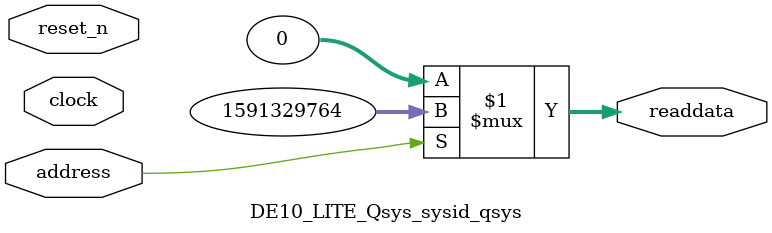
<source format=v>



// synthesis translate_off
`timescale 1ns / 1ps
// synthesis translate_on

// turn off superfluous verilog processor warnings 
// altera message_level Level1 
// altera message_off 10034 10035 10036 10037 10230 10240 10030 

module DE10_LITE_Qsys_sysid_qsys (
               // inputs:
                address,
                clock,
                reset_n,

               // outputs:
                readdata
             )
;

  output  [ 31: 0] readdata;
  input            address;
  input            clock;
  input            reset_n;

  wire    [ 31: 0] readdata;
  //control_slave, which is an e_avalon_slave
  assign readdata = address ? 1591329764 : 0;

endmodule



</source>
